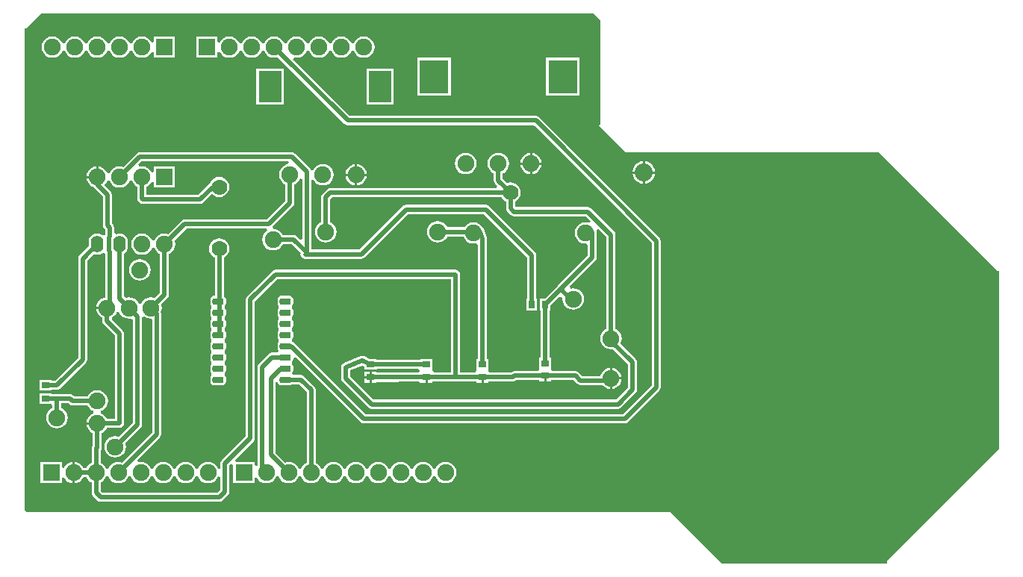
<source format=gbl>
G04 Layer_Physical_Order=2*
G04 Layer_Color=16711680*
%FSLAX25Y25*%
%MOIN*%
G70*
G01*
G75*
%ADD10C,0.02000*%
%ADD11C,0.07512*%
%ADD12R,0.07512X0.07512*%
%ADD13R,0.07512X0.07512*%
%ADD14O,0.05512X0.07512*%
%ADD15R,0.10068X0.14011*%
%ADD16R,0.10012X0.14000*%
%ADD17R,0.13080X0.15000*%
%ADD18R,0.13030X0.15000*%
%ADD19C,0.07000*%
%ADD20C,0.08000*%
%ADD21C,0.07500*%
%ADD22C,0.07000*%
G04:AMPARAMS|DCode=23|XSize=29.92mil|YSize=50mil|CornerRadius=7.48mil|HoleSize=0mil|Usage=FLASHONLY|Rotation=90.000|XOffset=0mil|YOffset=0mil|HoleType=Round|Shape=RoundedRectangle|*
%AMROUNDEDRECTD23*
21,1,0.02992,0.03504,0,0,90.0*
21,1,0.01496,0.05000,0,0,90.0*
1,1,0.01496,0.01752,0.00748*
1,1,0.01496,0.01752,-0.00748*
1,1,0.01496,-0.01752,-0.00748*
1,1,0.01496,-0.01752,0.00748*
%
%ADD23ROUNDEDRECTD23*%
%ADD24R,0.03543X0.02756*%
%ADD25R,0.03543X0.03150*%
%ADD26R,0.02756X0.03543*%
G36*
X478500Y393000D02*
Y392500D01*
Y346500D01*
X478000Y346000D01*
X489500Y334500D01*
Y334000D01*
X603000D01*
X656000Y281000D01*
X656500D01*
Y201500D01*
X656000Y201000D01*
X606500Y151500D01*
Y150500D01*
X533000D01*
X510000Y173500D01*
X222500D01*
X221500Y174500D01*
Y389500D01*
X222500D01*
X229000Y396000D01*
X475500D01*
X478500Y393000D01*
D02*
G37*
%LPC*%
G36*
X253500Y327731D02*
X252759Y327634D01*
X251602Y327154D01*
X250608Y326392D01*
X249846Y325398D01*
X249366Y324241D01*
X249269Y323500D01*
X253500D01*
Y327731D01*
D02*
G37*
G36*
X502977Y324500D02*
X498500D01*
Y320023D01*
X499305Y320129D01*
X500522Y320633D01*
X501566Y321434D01*
X502367Y322478D01*
X502871Y323695D01*
X502977Y324500D01*
D02*
G37*
G36*
X418500Y333797D02*
X417259Y333633D01*
X416102Y333154D01*
X415108Y332392D01*
X414346Y331399D01*
X413867Y330241D01*
X413703Y329000D01*
X413867Y327759D01*
X414346Y326602D01*
X415108Y325608D01*
X416102Y324846D01*
X417259Y324366D01*
X418500Y324203D01*
X419741Y324366D01*
X420898Y324846D01*
X421892Y325608D01*
X422654Y326602D01*
X423134Y327759D01*
X423297Y329000D01*
X423134Y330241D01*
X422654Y331399D01*
X421892Y332392D01*
X420898Y333154D01*
X419741Y333633D01*
X418500Y333797D01*
D02*
G37*
G36*
X452365Y328500D02*
X448134D01*
Y324269D01*
X448875Y324366D01*
X450032Y324846D01*
X451026Y325608D01*
X451788Y326602D01*
X452267Y327759D01*
X452365Y328500D01*
D02*
G37*
G36*
X447134D02*
X442903D01*
X443000Y327759D01*
X443479Y326602D01*
X444242Y325608D01*
X445235Y324846D01*
X446392Y324366D01*
X447134Y324269D01*
Y328500D01*
D02*
G37*
G36*
X308500Y295539D02*
X307325Y295384D01*
X306231Y294931D01*
X305291Y294209D01*
X304569Y293269D01*
X304116Y292175D01*
X303961Y291000D01*
X304116Y289825D01*
X304569Y288731D01*
X305291Y287791D01*
X306231Y287069D01*
X306461Y286974D01*
Y270030D01*
X306248D01*
X305566Y269895D01*
X304988Y269508D01*
X304601Y268930D01*
X304466Y268248D01*
Y266752D01*
X304601Y266070D01*
X304988Y265492D01*
Y264508D01*
X304601Y263930D01*
X304466Y263248D01*
Y261752D01*
X304601Y261070D01*
X304988Y260492D01*
Y259508D01*
X304601Y258930D01*
X304466Y258248D01*
Y256752D01*
X304601Y256070D01*
X304988Y255492D01*
Y254508D01*
X304601Y253930D01*
X304466Y253248D01*
Y251752D01*
X304601Y251070D01*
X304988Y250492D01*
Y249508D01*
X304601Y248930D01*
X304466Y248248D01*
Y246752D01*
X304601Y246070D01*
X304988Y245492D01*
Y244508D01*
X304601Y243930D01*
X304466Y243248D01*
Y241752D01*
X304601Y241070D01*
X304988Y240492D01*
Y239508D01*
X304601Y238930D01*
X304466Y238248D01*
Y236752D01*
X304601Y236070D01*
X304988Y235492D01*
Y234508D01*
X304601Y233930D01*
X304466Y233248D01*
Y231752D01*
X304601Y231070D01*
X304988Y230492D01*
X305566Y230105D01*
X306248Y229970D01*
X309752D01*
X310434Y230105D01*
X311012Y230492D01*
X311399Y231070D01*
X311534Y231752D01*
Y233248D01*
X311399Y233930D01*
X311012Y234508D01*
Y235492D01*
X311399Y236070D01*
X311534Y236752D01*
Y238248D01*
X311399Y238930D01*
X311012Y239508D01*
Y240492D01*
X311399Y241070D01*
X311534Y241752D01*
Y243248D01*
X311399Y243930D01*
X311012Y244508D01*
Y245492D01*
X311399Y246070D01*
X311534Y246752D01*
Y248248D01*
X311399Y248930D01*
X311012Y249508D01*
Y250492D01*
X311399Y251070D01*
X311534Y251752D01*
Y253248D01*
X311399Y253930D01*
X311114Y254357D01*
X311012Y254931D01*
Y255068D01*
X311114Y255643D01*
X311399Y256070D01*
X311534Y256752D01*
Y258248D01*
X311399Y258930D01*
X311114Y259357D01*
X311012Y259931D01*
Y260068D01*
X311114Y260643D01*
X311399Y261070D01*
X311534Y261752D01*
Y263248D01*
X311399Y263930D01*
X311114Y264357D01*
X311012Y264932D01*
Y265069D01*
X311114Y265643D01*
X311399Y266070D01*
X311534Y266752D01*
Y268248D01*
X311399Y268930D01*
X311012Y269508D01*
X310539Y269824D01*
Y286974D01*
X310769Y287069D01*
X311709Y287791D01*
X312431Y288731D01*
X312884Y289825D01*
X313039Y291000D01*
X312884Y292175D01*
X312431Y293269D01*
X311709Y294209D01*
X310769Y294931D01*
X309675Y295384D01*
X308500Y295539D01*
D02*
G37*
G36*
X238256Y195756D02*
X228744D01*
Y186244D01*
X238256D01*
Y188619D01*
X239256Y188818D01*
X239346Y188602D01*
X240108Y187608D01*
X241102Y186846D01*
X242259Y186366D01*
X243000Y186269D01*
Y191000D01*
Y195731D01*
X242259Y195633D01*
X241102Y195154D01*
X240108Y194392D01*
X239346Y193398D01*
X239256Y193182D01*
X238256Y193380D01*
Y195756D01*
D02*
G37*
G36*
X369028Y323500D02*
X364796D01*
X364894Y322759D01*
X365373Y321602D01*
X366136Y320608D01*
X367129Y319846D01*
X368286Y319367D01*
X369028Y319269D01*
Y323500D01*
D02*
G37*
G36*
X497500Y324500D02*
X493023D01*
X493129Y323695D01*
X493633Y322478D01*
X494434Y321434D01*
X495478Y320633D01*
X496695Y320129D01*
X497500Y320023D01*
Y324500D01*
D02*
G37*
G36*
X374259Y323500D02*
X370028D01*
Y319269D01*
X370769Y319367D01*
X371926Y319846D01*
X372920Y320608D01*
X373682Y321602D01*
X374161Y322759D01*
X374259Y323500D01*
D02*
G37*
G36*
X369028Y328731D02*
X368286Y328633D01*
X367129Y328154D01*
X366136Y327392D01*
X365373Y326398D01*
X364894Y325241D01*
X364796Y324500D01*
X369028D01*
Y328731D01*
D02*
G37*
G36*
X411842Y376280D02*
X396812D01*
Y359280D01*
X411842D01*
Y376280D01*
D02*
G37*
G36*
X386360Y371370D02*
X374348D01*
Y355370D01*
X386360D01*
Y371370D01*
D02*
G37*
G36*
X469347Y376280D02*
X454267D01*
Y359280D01*
X469347D01*
Y376280D01*
D02*
G37*
G36*
X274000Y385797D02*
X272759Y385633D01*
X271602Y385154D01*
X270608Y384392D01*
X269846Y383399D01*
X269541Y382663D01*
X268459D01*
X268154Y383399D01*
X267392Y384392D01*
X266399Y385154D01*
X265242Y385633D01*
X264000Y385797D01*
X262758Y385633D01*
X261601Y385154D01*
X260608Y384392D01*
X259846Y383399D01*
X259541Y382663D01*
X258459D01*
X258154Y383399D01*
X257392Y384392D01*
X256399Y385154D01*
X255241Y385633D01*
X254000Y385797D01*
X252759Y385633D01*
X251602Y385154D01*
X250608Y384392D01*
X249846Y383399D01*
X249541Y382663D01*
X248459D01*
X248154Y383399D01*
X247392Y384392D01*
X246398Y385154D01*
X245241Y385633D01*
X244000Y385797D01*
X242758Y385633D01*
X241601Y385154D01*
X240608Y384392D01*
X239846Y383399D01*
X239541Y382663D01*
X238459D01*
X238154Y383399D01*
X237392Y384392D01*
X236399Y385154D01*
X235242Y385633D01*
X234000Y385797D01*
X232758Y385633D01*
X231602Y385154D01*
X230608Y384392D01*
X229846Y383399D01*
X229366Y382242D01*
X229203Y381000D01*
X229366Y379759D01*
X229846Y378602D01*
X230608Y377608D01*
X231602Y376846D01*
X232758Y376366D01*
X234000Y376203D01*
X235242Y376366D01*
X236399Y376846D01*
X237392Y377608D01*
X238154Y378602D01*
X238459Y379337D01*
X239541D01*
X239846Y378602D01*
X240608Y377608D01*
X241601Y376846D01*
X242758Y376366D01*
X244000Y376203D01*
X245241Y376366D01*
X246398Y376846D01*
X247392Y377608D01*
X248154Y378602D01*
X248459Y379337D01*
X249541D01*
X249846Y378602D01*
X250608Y377608D01*
X251602Y376846D01*
X252759Y376366D01*
X254000Y376203D01*
X255241Y376366D01*
X256399Y376846D01*
X257392Y377608D01*
X258154Y378602D01*
X258459Y379337D01*
X259541D01*
X259846Y378602D01*
X260608Y377608D01*
X261601Y376846D01*
X262758Y376366D01*
X264000Y376203D01*
X265242Y376366D01*
X266399Y376846D01*
X267392Y377608D01*
X268154Y378602D01*
X268459Y379337D01*
X269541D01*
X269846Y378602D01*
X270608Y377608D01*
X271602Y376846D01*
X272759Y376366D01*
X274000Y376203D01*
X275241Y376366D01*
X276398Y376846D01*
X277392Y377608D01*
X278154Y378602D01*
X278244Y378818D01*
X279244Y378620D01*
Y376244D01*
X288756D01*
Y385756D01*
X279244D01*
Y383381D01*
X278244Y383182D01*
X278154Y383399D01*
X277392Y384392D01*
X276398Y385154D01*
X275241Y385633D01*
X274000Y385797D01*
D02*
G37*
G36*
X373000D02*
X371759Y385633D01*
X370602Y385154D01*
X369608Y384392D01*
X368846Y383399D01*
X368541Y382663D01*
X367459D01*
X367154Y383399D01*
X366392Y384392D01*
X365399Y385154D01*
X364242Y385633D01*
X363000Y385797D01*
X361758Y385633D01*
X360601Y385154D01*
X359608Y384392D01*
X358846Y383399D01*
X358541Y382663D01*
X357459D01*
X357154Y383399D01*
X356392Y384392D01*
X355399Y385154D01*
X354241Y385633D01*
X353000Y385797D01*
X351759Y385633D01*
X350602Y385154D01*
X349608Y384392D01*
X348846Y383399D01*
X348541Y382663D01*
X347459D01*
X347154Y383399D01*
X346392Y384392D01*
X345398Y385154D01*
X344241Y385633D01*
X343000Y385797D01*
X341758Y385633D01*
X340601Y385154D01*
X339608Y384392D01*
X338846Y383399D01*
X338541Y382663D01*
X337459D01*
X337154Y383399D01*
X336392Y384392D01*
X335399Y385154D01*
X334242Y385633D01*
X333000Y385797D01*
X331758Y385633D01*
X330602Y385154D01*
X329608Y384392D01*
X328846Y383399D01*
X328541Y382663D01*
X327459D01*
X327154Y383399D01*
X326392Y384392D01*
X325398Y385154D01*
X324241Y385633D01*
X323000Y385797D01*
X321759Y385633D01*
X320602Y385154D01*
X319608Y384392D01*
X318846Y383399D01*
X318541Y382663D01*
X317459D01*
X317154Y383399D01*
X316392Y384392D01*
X315399Y385154D01*
X314242Y385633D01*
X313000Y385797D01*
X311758Y385633D01*
X310601Y385154D01*
X309608Y384392D01*
X308846Y383399D01*
X308756Y383182D01*
X307756Y383381D01*
Y385756D01*
X298244D01*
Y376244D01*
X307756D01*
Y378620D01*
X308756Y378818D01*
X308846Y378602D01*
X309608Y377608D01*
X310601Y376846D01*
X311758Y376366D01*
X313000Y376203D01*
X314242Y376366D01*
X315399Y376846D01*
X316392Y377608D01*
X317154Y378602D01*
X317459Y379337D01*
X318541D01*
X318846Y378602D01*
X319608Y377608D01*
X320602Y376846D01*
X321759Y376366D01*
X323000Y376203D01*
X324241Y376366D01*
X325398Y376846D01*
X326392Y377608D01*
X327154Y378602D01*
X327459Y379337D01*
X328541D01*
X328846Y378602D01*
X329608Y377608D01*
X330602Y376846D01*
X331758Y376366D01*
X333000Y376203D01*
X334242Y376366D01*
X334601Y376515D01*
X364358Y346758D01*
X364358Y346758D01*
X365020Y346316D01*
X365800Y346161D01*
X448955D01*
X501461Y293655D01*
Y229845D01*
X488655Y217039D01*
X373845D01*
X341942Y248942D01*
X341280Y249384D01*
X341183Y249403D01*
X341012Y249739D01*
Y250492D01*
X341399Y251070D01*
X341534Y251752D01*
Y253248D01*
X341399Y253930D01*
X341012Y254508D01*
Y255492D01*
X341399Y256070D01*
X341534Y256752D01*
Y258248D01*
X341399Y258930D01*
X341012Y259508D01*
Y260492D01*
X341399Y261070D01*
X341534Y261752D01*
Y263248D01*
X341399Y263930D01*
X341012Y264508D01*
Y265492D01*
X341399Y266070D01*
X341534Y266752D01*
Y268248D01*
X341399Y268930D01*
X341012Y269508D01*
X340434Y269895D01*
X339752Y270030D01*
X336248D01*
X335566Y269895D01*
X334988Y269508D01*
X334601Y268930D01*
X334466Y268248D01*
Y266752D01*
X334601Y266070D01*
X334988Y265492D01*
Y264508D01*
X334601Y263930D01*
X334466Y263248D01*
Y261752D01*
X334601Y261070D01*
X334988Y260492D01*
Y259508D01*
X334601Y258930D01*
X334466Y258248D01*
Y256752D01*
X334601Y256070D01*
X334988Y255492D01*
Y254508D01*
X334601Y253930D01*
X334466Y253248D01*
Y251752D01*
X334601Y251070D01*
X334988Y250492D01*
Y249508D01*
X334601Y248930D01*
X334466Y248248D01*
Y246752D01*
X334601Y246070D01*
X334887Y245643D01*
X334928Y245409D01*
X334566Y244539D01*
X332000D01*
X331220Y244384D01*
X330558Y243942D01*
X326058Y239442D01*
X325616Y238780D01*
X325461Y238000D01*
Y194156D01*
X325256Y193967D01*
X324256Y194405D01*
Y195756D01*
X316054D01*
X315640Y196756D01*
X323842Y204958D01*
X323842Y204958D01*
X324284Y205620D01*
X324439Y206400D01*
Y267355D01*
X334545Y277461D01*
X411961D01*
Y235767D01*
X404365Y235729D01*
X403821Y236269D01*
X403772Y236726D01*
X403772Y237319D01*
Y241831D01*
X398228D01*
Y241295D01*
X388809D01*
X378772Y241450D01*
Y241831D01*
X375645D01*
X373209Y242890D01*
X372432Y243059D01*
X371649Y242917D01*
X364253Y240003D01*
X364237Y239994D01*
X364220Y239990D01*
X363903Y239779D01*
X363583Y239573D01*
X363573Y239558D01*
X363558Y239548D01*
X363347Y239232D01*
X363130Y238919D01*
X363126Y238901D01*
X363116Y238886D01*
X363042Y238513D01*
X362961Y238142D01*
X362964Y238124D01*
X362961Y238106D01*
Y233000D01*
X363116Y232220D01*
X363558Y231558D01*
X375058Y220058D01*
X375720Y219616D01*
X376500Y219461D01*
X376500Y219461D01*
X486500D01*
X487280Y219616D01*
X487942Y220058D01*
X494442Y226558D01*
X494884Y227220D01*
X495039Y228000D01*
Y240197D01*
X494884Y240977D01*
X494442Y241639D01*
X487546Y248535D01*
X487988Y249601D01*
X488151Y250843D01*
X487988Y252084D01*
X487509Y253241D01*
X486746Y254235D01*
X485753Y254997D01*
X485394Y255146D01*
Y297146D01*
X485238Y297926D01*
X484796Y298587D01*
X474442Y308942D01*
X473780Y309384D01*
X473000Y309539D01*
X440845D01*
X440539Y309845D01*
Y311974D01*
X440769Y312069D01*
X441709Y312791D01*
X442431Y313731D01*
X442884Y314825D01*
X443039Y316000D01*
X442884Y317175D01*
X442431Y318269D01*
X441709Y319209D01*
X440769Y319931D01*
X439675Y320384D01*
X438500Y320539D01*
X437325Y320384D01*
X437095Y320289D01*
X435106Y322278D01*
Y324697D01*
X435465Y324846D01*
X436459Y325608D01*
X437221Y326602D01*
X437701Y327759D01*
X437864Y329000D01*
X437701Y330241D01*
X437221Y331399D01*
X436459Y332392D01*
X435465Y333154D01*
X434308Y333633D01*
X433067Y333797D01*
X431825Y333633D01*
X430668Y333154D01*
X429675Y332392D01*
X428913Y331399D01*
X428434Y330241D01*
X428270Y329000D01*
X428434Y327759D01*
X428913Y326602D01*
X429675Y325608D01*
X430668Y324846D01*
X431028Y324697D01*
Y321433D01*
X431183Y320653D01*
X431625Y319991D01*
X432653Y318963D01*
X432270Y318039D01*
X358000D01*
X357220Y317884D01*
X356558Y317442D01*
X354558Y315442D01*
X354116Y314780D01*
X353961Y314000D01*
Y302803D01*
X353602Y302654D01*
X352608Y301892D01*
X351846Y300899D01*
X351366Y299742D01*
X351203Y298500D01*
X351366Y297258D01*
X351846Y296101D01*
X352608Y295108D01*
X353602Y294346D01*
X354759Y293866D01*
X356000Y293703D01*
X357242Y293866D01*
X358399Y294346D01*
X359392Y295108D01*
X360154Y296101D01*
X360633Y297258D01*
X360797Y298500D01*
X360633Y299742D01*
X360154Y300899D01*
X359392Y301892D01*
X358399Y302654D01*
X358039Y302803D01*
Y313155D01*
X358845Y313961D01*
X434474D01*
X434569Y313731D01*
X435291Y312791D01*
X436231Y312069D01*
X436461Y311974D01*
Y309000D01*
X436616Y308220D01*
X437058Y307558D01*
X438558Y306058D01*
X439220Y305616D01*
X440000Y305461D01*
X472155D01*
X474366Y303250D01*
X473800Y302402D01*
X473242Y302634D01*
X472000Y302797D01*
X470758Y302634D01*
X469601Y302154D01*
X468608Y301392D01*
X467846Y300398D01*
X467367Y299241D01*
X467203Y298000D01*
X467367Y296759D01*
X467846Y295602D01*
X468608Y294608D01*
X469601Y293846D01*
X470758Y293367D01*
X472000Y293203D01*
X472209Y293231D01*
X472961Y292571D01*
Y287892D01*
X459511Y274442D01*
X459511Y274442D01*
X453841Y268772D01*
X451575D01*
Y263228D01*
X451914D01*
Y252847D01*
X451961Y252610D01*
Y242331D01*
X451228D01*
Y237819D01*
X451228Y237181D01*
X450982Y236283D01*
X440200D01*
X440200Y236283D01*
X439420Y236128D01*
X438904Y235783D01*
X429018D01*
X428772Y236681D01*
X428772Y237319D01*
Y241831D01*
X428039D01*
Y295500D01*
X427975Y295821D01*
X427935Y296145D01*
X426934Y299145D01*
X426898Y299208D01*
X426884Y299280D01*
X426702Y299552D01*
X426541Y299836D01*
X426483Y299881D01*
X426442Y299942D01*
X426306Y300033D01*
X426154Y300398D01*
X425392Y301392D01*
X424399Y302154D01*
X423242Y302634D01*
X422000Y302797D01*
X420758Y302634D01*
X419601Y302154D01*
X418608Y301392D01*
X417954Y300539D01*
X410303D01*
X410154Y300899D01*
X409392Y301892D01*
X408398Y302654D01*
X407241Y303134D01*
X406000Y303297D01*
X404759Y303134D01*
X403602Y302654D01*
X402608Y301892D01*
X401846Y300899D01*
X401367Y299742D01*
X401203Y298500D01*
X401367Y297258D01*
X401846Y296101D01*
X402608Y295108D01*
X403602Y294346D01*
X404759Y293866D01*
X406000Y293703D01*
X407241Y293866D01*
X408398Y294346D01*
X409392Y295108D01*
X410154Y296101D01*
X410303Y296461D01*
X417490D01*
X417846Y295602D01*
X418608Y294608D01*
X419601Y293846D01*
X420758Y293367D01*
X422000Y293203D01*
X422961Y293330D01*
X423961Y292715D01*
Y241831D01*
X423228D01*
Y237319D01*
X423228Y236681D01*
X422982Y235783D01*
X416039D01*
Y279500D01*
X415884Y280280D01*
X415442Y280942D01*
X414780Y281384D01*
X414000Y281539D01*
X333700D01*
X332920Y281384D01*
X332258Y280942D01*
X320958Y269642D01*
X320516Y268980D01*
X320361Y268200D01*
Y207245D01*
X309558Y196442D01*
X309116Y195780D01*
X308961Y195000D01*
Y192857D01*
X307961Y192658D01*
X307654Y193398D01*
X306892Y194392D01*
X305898Y195154D01*
X304742Y195633D01*
X303500Y195797D01*
X302258Y195633D01*
X301101Y195154D01*
X300108Y194392D01*
X299346Y193398D01*
X299041Y192663D01*
X297959D01*
X297654Y193398D01*
X296892Y194392D01*
X295899Y195154D01*
X294742Y195633D01*
X293500Y195797D01*
X292259Y195633D01*
X291102Y195154D01*
X290108Y194392D01*
X289346Y193398D01*
X289041Y192663D01*
X287959D01*
X287654Y193398D01*
X286892Y194392D01*
X285898Y195154D01*
X284741Y195633D01*
X283500Y195797D01*
X282259Y195633D01*
X281101Y195154D01*
X280108Y194392D01*
X279346Y193398D01*
X279041Y192663D01*
X277959D01*
X277654Y193398D01*
X276892Y194392D01*
X275899Y195154D01*
X274742Y195633D01*
X273500Y195797D01*
X272458Y195660D01*
X272079Y196157D01*
X271941Y196557D01*
X281942Y206558D01*
X282384Y207220D01*
X282539Y208000D01*
Y262000D01*
X282401Y262696D01*
X282633Y263259D01*
X282797Y264500D01*
X282633Y265741D01*
X282485Y266101D01*
X285442Y269058D01*
X285884Y269720D01*
X286039Y270500D01*
Y288697D01*
X286399Y288846D01*
X287392Y289608D01*
X288154Y290601D01*
X288633Y291758D01*
X288797Y293000D01*
X288633Y294241D01*
X288485Y294601D01*
X293845Y299961D01*
X329564D01*
X329859Y298961D01*
X329112Y298388D01*
X328351Y297395D01*
X327872Y296240D01*
X327709Y295000D01*
X327872Y293760D01*
X328351Y292604D01*
X329112Y291612D01*
X330104Y290851D01*
X331260Y290372D01*
X332500Y290209D01*
X333740Y290372D01*
X334895Y290851D01*
X335888Y291612D01*
X336649Y292604D01*
X336797Y292961D01*
X340855D01*
X344853Y288963D01*
X344761Y288500D01*
X344916Y287720D01*
X345358Y287058D01*
X346020Y286616D01*
X346800Y286461D01*
X371800D01*
X372580Y286616D01*
X373242Y287058D01*
X392645Y306461D01*
X426655D01*
X446008Y287108D01*
Y268772D01*
X445669D01*
Y263228D01*
X450425D01*
Y268772D01*
X450086D01*
Y287953D01*
X449931Y288733D01*
X449489Y289395D01*
X428942Y309942D01*
X428280Y310384D01*
X427500Y310539D01*
X391800D01*
X391020Y310384D01*
X390358Y309942D01*
X370955Y290539D01*
X349539D01*
Y321572D01*
X350539Y321771D01*
X350609Y321602D01*
X351372Y320608D01*
X352365Y319846D01*
X353522Y319367D01*
X354764Y319203D01*
X356005Y319367D01*
X357162Y319846D01*
X358156Y320608D01*
X358918Y321602D01*
X359397Y322759D01*
X359561Y324000D01*
X359397Y325241D01*
X358918Y326398D01*
X358156Y327392D01*
X357162Y328154D01*
X356005Y328633D01*
X354764Y328797D01*
X353522Y328633D01*
X352365Y328154D01*
X351372Y327392D01*
X350609Y326398D01*
X350454Y326024D01*
X349414Y326127D01*
X349384Y326280D01*
X348942Y326942D01*
X342442Y333442D01*
X341780Y333884D01*
X341000Y334039D01*
X273000D01*
X272220Y333884D01*
X271558Y333442D01*
X265601Y327485D01*
X265242Y327634D01*
X264000Y327797D01*
X262758Y327634D01*
X261601Y327154D01*
X260608Y326392D01*
X259846Y325398D01*
X259541Y324663D01*
X258459D01*
X258154Y325398D01*
X257392Y326392D01*
X256399Y327154D01*
X255241Y327634D01*
X254500Y327731D01*
Y323000D01*
X254000D01*
Y322500D01*
X249269D01*
X249366Y321759D01*
X249846Y320602D01*
X250608Y319608D01*
X251602Y318846D01*
X252289Y318561D01*
X252558Y318158D01*
X256461Y314255D01*
Y301500D01*
X256616Y300720D01*
X257058Y300058D01*
X257461Y299655D01*
Y297294D01*
X257172Y297067D01*
X256632Y296870D01*
X256373Y296913D01*
X255894Y297281D01*
X254980Y297659D01*
X254000Y297788D01*
X253019Y297659D01*
X252106Y297281D01*
X251321Y296679D01*
X250719Y295894D01*
X250341Y294981D01*
X250212Y294000D01*
Y292095D01*
X246058Y287942D01*
X245616Y287280D01*
X245461Y286500D01*
Y242298D01*
X235155Y231992D01*
X233772D01*
Y232331D01*
X228228D01*
Y227575D01*
X233772D01*
Y227914D01*
X236000D01*
X236780Y228069D01*
X237442Y228511D01*
X248942Y240011D01*
X249384Y240672D01*
X249539Y241453D01*
X249539Y241453D01*
Y285655D01*
X252457Y288574D01*
X253019Y288341D01*
X254000Y288212D01*
X254980Y288341D01*
X255894Y288719D01*
X256373Y289087D01*
X256632Y289129D01*
X257172Y288933D01*
X257461Y288706D01*
Y269184D01*
X257073Y269133D01*
X255917Y268654D01*
X254923Y267892D01*
X254161Y266898D01*
X253681Y265741D01*
X253584Y265000D01*
X258315D01*
Y264000D01*
X253584D01*
X253681Y263259D01*
X254161Y262102D01*
X254923Y261108D01*
X255917Y260346D01*
X256276Y260197D01*
Y258685D01*
X256431Y257905D01*
X256873Y257243D01*
X261961Y252155D01*
Y215039D01*
X258303D01*
X258154Y215399D01*
X257392Y216392D01*
X256399Y217154D01*
X255663Y217459D01*
Y218541D01*
X256399Y218846D01*
X257392Y219608D01*
X258154Y220602D01*
X258633Y221759D01*
X258797Y223000D01*
X258633Y224241D01*
X258154Y225398D01*
X257392Y226392D01*
X256399Y227154D01*
X255241Y227634D01*
X254000Y227797D01*
X252759Y227634D01*
X251602Y227154D01*
X250608Y226392D01*
X249846Y225398D01*
X249697Y225039D01*
X243792D01*
X243342Y225489D01*
X242680Y225931D01*
X241900Y226086D01*
X236500D01*
X236500Y226086D01*
X236500Y226086D01*
X233772D01*
Y226425D01*
X228228D01*
Y221669D01*
X233772D01*
X233961Y220748D01*
Y219797D01*
X233605Y219649D01*
X232612Y218888D01*
X231851Y217896D01*
X231372Y216740D01*
X231209Y215500D01*
X231372Y214260D01*
X231851Y213105D01*
X232612Y212112D01*
X233605Y211351D01*
X234760Y210872D01*
X236000Y210709D01*
X237240Y210872D01*
X238396Y211351D01*
X239388Y212112D01*
X240149Y213105D01*
X240628Y214260D01*
X240791Y215500D01*
X240628Y216740D01*
X240149Y217896D01*
X239388Y218888D01*
X238396Y219649D01*
X238039Y219797D01*
Y222008D01*
X241055D01*
X241505Y221558D01*
X241505Y221558D01*
X242167Y221116D01*
X242947Y220961D01*
X249697D01*
X249846Y220602D01*
X250608Y219608D01*
X251602Y218846D01*
X252337Y218541D01*
Y217459D01*
X251602Y217154D01*
X250608Y216392D01*
X249846Y215399D01*
X249366Y214242D01*
X249269Y213500D01*
X254000D01*
Y212500D01*
X249269D01*
X249366Y211758D01*
X249846Y210601D01*
X250608Y209608D01*
X251602Y208846D01*
X251961Y208697D01*
Y202996D01*
X251616Y202480D01*
X251461Y201700D01*
Y195303D01*
X251101Y195154D01*
X250108Y194392D01*
X249346Y193398D01*
X249197Y193039D01*
X247803D01*
X247654Y193398D01*
X246892Y194392D01*
X245899Y195154D01*
X244742Y195633D01*
X244000Y195731D01*
Y191000D01*
Y186269D01*
X244742Y186366D01*
X245899Y186846D01*
X246892Y187608D01*
X247654Y188602D01*
X247803Y188961D01*
X249197D01*
X249346Y188602D01*
X250108Y187608D01*
X251101Y186846D01*
X251461Y186697D01*
Y182000D01*
X251616Y181220D01*
X252058Y180558D01*
X254058Y178558D01*
X254720Y178116D01*
X255500Y177961D01*
X308500D01*
X309280Y178116D01*
X309942Y178558D01*
X312442Y181058D01*
X312884Y181720D01*
X313039Y182500D01*
Y194155D01*
X313744Y194860D01*
X314744Y194446D01*
Y186244D01*
X324256D01*
Y188619D01*
X325256Y188818D01*
X325346Y188602D01*
X326108Y187608D01*
X327101Y186846D01*
X328258Y186366D01*
X329500Y186203D01*
X330742Y186366D01*
X331898Y186846D01*
X332892Y187608D01*
X333654Y188602D01*
X333959Y189337D01*
X335041D01*
X335346Y188602D01*
X336108Y187608D01*
X337102Y186846D01*
X338259Y186366D01*
X339500Y186203D01*
X340741Y186366D01*
X341898Y186846D01*
X342892Y187608D01*
X343654Y188602D01*
X343959Y189337D01*
X345041D01*
X345346Y188602D01*
X346108Y187608D01*
X347101Y186846D01*
X348258Y186366D01*
X349500Y186203D01*
X350742Y186366D01*
X351899Y186846D01*
X352892Y187608D01*
X353654Y188602D01*
X353959Y189337D01*
X355041D01*
X355346Y188602D01*
X356108Y187608D01*
X357101Y186846D01*
X358259Y186366D01*
X359500Y186203D01*
X360741Y186366D01*
X361898Y186846D01*
X362892Y187608D01*
X363654Y188602D01*
X363959Y189337D01*
X365041D01*
X365346Y188602D01*
X366108Y187608D01*
X367102Y186846D01*
X368259Y186366D01*
X369500Y186203D01*
X370742Y186366D01*
X371899Y186846D01*
X372892Y187608D01*
X373654Y188602D01*
X373959Y189337D01*
X375041D01*
X375346Y188602D01*
X376108Y187608D01*
X377101Y186846D01*
X378258Y186366D01*
X379500Y186203D01*
X380742Y186366D01*
X381898Y186846D01*
X382892Y187608D01*
X383654Y188602D01*
X383959Y189337D01*
X385041D01*
X385346Y188602D01*
X386108Y187608D01*
X387102Y186846D01*
X388259Y186366D01*
X389500Y186203D01*
X390741Y186366D01*
X391898Y186846D01*
X392892Y187608D01*
X393654Y188602D01*
X393959Y189337D01*
X395041D01*
X395346Y188602D01*
X396108Y187608D01*
X397101Y186846D01*
X398258Y186366D01*
X399500Y186203D01*
X400741Y186366D01*
X401898Y186846D01*
X402892Y187608D01*
X403654Y188602D01*
X403959Y189337D01*
X405041D01*
X405346Y188602D01*
X406108Y187608D01*
X407101Y186846D01*
X408258Y186366D01*
X409500Y186203D01*
X410742Y186366D01*
X411899Y186846D01*
X412892Y187608D01*
X413654Y188602D01*
X414134Y189759D01*
X414297Y191000D01*
X414134Y192242D01*
X413654Y193398D01*
X412892Y194392D01*
X411899Y195154D01*
X410742Y195633D01*
X409500Y195797D01*
X408258Y195633D01*
X407101Y195154D01*
X406108Y194392D01*
X405346Y193398D01*
X405041Y192663D01*
X403959D01*
X403654Y193398D01*
X402892Y194392D01*
X401898Y195154D01*
X400741Y195633D01*
X399500Y195797D01*
X398258Y195633D01*
X397101Y195154D01*
X396108Y194392D01*
X395346Y193398D01*
X395041Y192663D01*
X393959D01*
X393654Y193398D01*
X392892Y194392D01*
X391898Y195154D01*
X390741Y195633D01*
X389500Y195797D01*
X388259Y195633D01*
X387102Y195154D01*
X386108Y194392D01*
X385346Y193398D01*
X385041Y192663D01*
X383959D01*
X383654Y193398D01*
X382892Y194392D01*
X381898Y195154D01*
X380742Y195633D01*
X379500Y195797D01*
X378258Y195633D01*
X377101Y195154D01*
X376108Y194392D01*
X375346Y193398D01*
X375041Y192663D01*
X373959D01*
X373654Y193398D01*
X372892Y194392D01*
X371899Y195154D01*
X370742Y195633D01*
X369500Y195797D01*
X368259Y195633D01*
X367102Y195154D01*
X366108Y194392D01*
X365346Y193398D01*
X365041Y192663D01*
X363959D01*
X363654Y193398D01*
X362892Y194392D01*
X361898Y195154D01*
X360741Y195633D01*
X359500Y195797D01*
X358259Y195633D01*
X357101Y195154D01*
X356108Y194392D01*
X355346Y193398D01*
X355041Y192663D01*
X353959D01*
X353654Y193398D01*
X352892Y194392D01*
X351899Y195154D01*
X351539Y195303D01*
Y228000D01*
X351384Y228780D01*
X350942Y229442D01*
X346442Y233942D01*
X345780Y234384D01*
X345000Y234539D01*
X341387D01*
X341099Y235270D01*
X341044Y235539D01*
X341399Y236070D01*
X341534Y236752D01*
Y238248D01*
X341399Y238930D01*
X341012Y239508D01*
Y240492D01*
X341399Y241070D01*
X341534Y241752D01*
Y242168D01*
X342534Y242582D01*
X371558Y213558D01*
X372220Y213116D01*
X373000Y212961D01*
X489500D01*
X490280Y213116D01*
X490942Y213558D01*
X504942Y227558D01*
X505384Y228220D01*
X505539Y229000D01*
Y294500D01*
X505384Y295280D01*
X504942Y295942D01*
X451242Y349642D01*
X450580Y350084D01*
X449800Y350239D01*
X366645D01*
X341441Y375443D01*
X341579Y375843D01*
X341958Y376340D01*
X343000Y376203D01*
X344241Y376366D01*
X345398Y376846D01*
X346392Y377608D01*
X347154Y378602D01*
X347459Y379337D01*
X348541D01*
X348846Y378602D01*
X349608Y377608D01*
X350602Y376846D01*
X351759Y376366D01*
X353000Y376203D01*
X354241Y376366D01*
X355399Y376846D01*
X356392Y377608D01*
X357154Y378602D01*
X357459Y379337D01*
X358541D01*
X358846Y378602D01*
X359608Y377608D01*
X360601Y376846D01*
X361758Y376366D01*
X363000Y376203D01*
X364242Y376366D01*
X365399Y376846D01*
X366392Y377608D01*
X367154Y378602D01*
X367459Y379337D01*
X368541D01*
X368846Y378602D01*
X369608Y377608D01*
X370602Y376846D01*
X371759Y376366D01*
X373000Y376203D01*
X374241Y376366D01*
X375398Y376846D01*
X376392Y377608D01*
X377154Y378602D01*
X377634Y379759D01*
X377797Y381000D01*
X377634Y382242D01*
X377154Y383399D01*
X376392Y384392D01*
X375398Y385154D01*
X374241Y385633D01*
X373000Y385797D01*
D02*
G37*
G36*
X337176Y371375D02*
X325108D01*
Y355364D01*
X337176D01*
Y371375D01*
D02*
G37*
G36*
X498500Y329977D02*
Y325500D01*
X502977D01*
X502871Y326305D01*
X502367Y327522D01*
X501566Y328566D01*
X500522Y329367D01*
X499305Y329871D01*
X498500Y329977D01*
D02*
G37*
G36*
X497500D02*
X496695Y329871D01*
X495478Y329367D01*
X494434Y328566D01*
X493633Y327522D01*
X493129Y326305D01*
X493023Y325500D01*
X497500D01*
Y329977D01*
D02*
G37*
G36*
X370028Y328731D02*
Y324500D01*
X374259D01*
X374161Y325241D01*
X373682Y326398D01*
X372920Y327392D01*
X371926Y328154D01*
X370769Y328633D01*
X370028Y328731D01*
D02*
G37*
G36*
X448134Y333731D02*
Y329500D01*
X452365D01*
X452267Y330241D01*
X451788Y331399D01*
X451026Y332392D01*
X450032Y333154D01*
X448875Y333633D01*
X448134Y333731D01*
D02*
G37*
G36*
X447134D02*
X446392Y333633D01*
X445235Y333154D01*
X444242Y332392D01*
X443479Y331399D01*
X443000Y330241D01*
X442903Y329500D01*
X447134D01*
Y333731D01*
D02*
G37*
%LPD*%
G36*
X264003Y262102D02*
X264766Y261108D01*
X265759Y260346D01*
X266916Y259866D01*
X268157Y259703D01*
X268961Y259809D01*
X269831Y259213D01*
X269961Y259017D01*
Y213345D01*
X263596Y206980D01*
X263240Y207128D01*
X262000Y207291D01*
X260760Y207128D01*
X259605Y206649D01*
X258612Y205888D01*
X257851Y204895D01*
X257372Y203740D01*
X257209Y202500D01*
X257372Y201260D01*
X257851Y200104D01*
X258612Y199112D01*
X259605Y198351D01*
X260760Y197872D01*
X262000Y197709D01*
X263240Y197872D01*
X264395Y198351D01*
X265388Y199112D01*
X266149Y200104D01*
X266628Y201260D01*
X266791Y202500D01*
X266628Y203740D01*
X266480Y204096D01*
X273442Y211058D01*
X273442Y211058D01*
X273884Y211720D01*
X274039Y212500D01*
X274039Y212500D01*
Y260284D01*
X274878Y260781D01*
X275009Y260800D01*
X275602Y260346D01*
X276759Y259866D01*
X278000Y259703D01*
X278461Y259299D01*
Y208845D01*
X265101Y195485D01*
X264741Y195633D01*
X263500Y195797D01*
X262259Y195633D01*
X261102Y195154D01*
X260108Y194392D01*
X259346Y193398D01*
X259041Y192663D01*
X257959D01*
X257654Y193398D01*
X256892Y194392D01*
X255898Y195154D01*
X255539Y195303D01*
Y200904D01*
X255884Y201420D01*
X256039Y202200D01*
X256039Y202200D01*
Y208697D01*
X256399Y208846D01*
X257392Y209608D01*
X258154Y210601D01*
X258303Y210961D01*
X264000D01*
X264780Y211116D01*
X265442Y211558D01*
X265884Y212220D01*
X266039Y213000D01*
Y253000D01*
X265884Y253780D01*
X265442Y254442D01*
X260611Y259273D01*
X260703Y260237D01*
X260743Y260368D01*
X261707Y261108D01*
X262469Y262102D01*
X262695Y262647D01*
X263777D01*
X264003Y262102D01*
D02*
G37*
G36*
X334601Y231070D02*
X334988Y230492D01*
X335566Y230105D01*
X336248Y229970D01*
X339752D01*
X340434Y230105D01*
X340966Y230461D01*
X344155D01*
X347461Y227155D01*
Y195303D01*
X347101Y195154D01*
X346108Y194392D01*
X345346Y193398D01*
X345041Y192663D01*
X343959D01*
X343654Y193398D01*
X342892Y194392D01*
X341898Y195154D01*
X340741Y195633D01*
X339500Y195797D01*
X338259Y195633D01*
X337899Y195485D01*
X333539Y199845D01*
Y231284D01*
X334539Y231383D01*
X334601Y231070D01*
D02*
G37*
G36*
X345461Y322143D02*
Y295430D01*
X344537Y295047D01*
X343142Y296442D01*
X342480Y296884D01*
X341700Y297039D01*
X336797D01*
X336649Y297395D01*
X335888Y298388D01*
X334895Y299149D01*
X333740Y299628D01*
X332537Y299786D01*
X332468Y299876D01*
X332136Y300752D01*
X341442Y310058D01*
X341884Y310720D01*
X342039Y311500D01*
Y319697D01*
X342399Y319846D01*
X343392Y320608D01*
X344154Y321602D01*
X344461Y322342D01*
X345461Y322143D01*
D02*
G37*
G36*
X339535Y329744D02*
X339097Y328678D01*
X338758Y328633D01*
X337601Y328154D01*
X336608Y327392D01*
X335846Y326398D01*
X335367Y325241D01*
X335203Y324000D01*
X335367Y322759D01*
X335846Y321602D01*
X336608Y320608D01*
X337601Y319846D01*
X337961Y319697D01*
Y312345D01*
X329655Y304039D01*
X293000D01*
X292220Y303884D01*
X291558Y303442D01*
X285601Y297485D01*
X285242Y297634D01*
X284000Y297797D01*
X282758Y297634D01*
X281602Y297154D01*
X280608Y296392D01*
X279846Y295398D01*
X279541Y294663D01*
X278459D01*
X278154Y295398D01*
X277392Y296392D01*
X276398Y297154D01*
X275241Y297634D01*
X274000Y297797D01*
X272759Y297634D01*
X271602Y297154D01*
X270608Y296392D01*
X269846Y295398D01*
X269367Y294241D01*
X269203Y293000D01*
X269367Y291758D01*
X269846Y290601D01*
X270608Y289608D01*
X271602Y288846D01*
X272759Y288367D01*
X274000Y288203D01*
X275241Y288367D01*
X276398Y288846D01*
X277392Y289608D01*
X278154Y290601D01*
X278459Y291337D01*
X279541D01*
X279846Y290601D01*
X280608Y289608D01*
X281602Y288846D01*
X281961Y288697D01*
Y271345D01*
X279601Y268985D01*
X279241Y269133D01*
X278000Y269297D01*
X276759Y269133D01*
X275602Y268654D01*
X274608Y267892D01*
X273846Y266898D01*
X273620Y266353D01*
X272537D01*
X272312Y266898D01*
X271549Y267892D01*
X270556Y268654D01*
X269399Y269133D01*
X268157Y269297D01*
X266916Y269133D01*
X266880Y269119D01*
X266039Y269774D01*
Y288830D01*
X266679Y289321D01*
X267281Y290106D01*
X267659Y291020D01*
X267788Y292000D01*
Y294000D01*
X267659Y294981D01*
X267281Y295894D01*
X266679Y296679D01*
X265894Y297281D01*
X264981Y297659D01*
X264000Y297788D01*
X263019Y297659D01*
X262539Y297460D01*
X261539Y298021D01*
Y300500D01*
X261384Y301280D01*
X260942Y301942D01*
X260539Y302345D01*
Y315100D01*
X260384Y315880D01*
X259942Y316542D01*
X257360Y319124D01*
X257392Y319608D01*
X258154Y320602D01*
X258459Y321337D01*
X259541D01*
X259846Y320602D01*
X260608Y319608D01*
X261601Y318846D01*
X262758Y318367D01*
X264000Y318203D01*
X265242Y318367D01*
X266399Y318846D01*
X267392Y319608D01*
X268154Y320602D01*
X268459Y321337D01*
X269541D01*
X269846Y320602D01*
X270608Y319608D01*
X271602Y318846D01*
X271961Y318697D01*
Y313500D01*
X272116Y312720D01*
X272558Y312058D01*
X273058Y311558D01*
X273720Y311116D01*
X274500Y310961D01*
X274500Y310961D01*
X300000D01*
X300780Y311116D01*
X301442Y311558D01*
X305182Y315298D01*
X305291Y315291D01*
X306231Y314569D01*
X307325Y314116D01*
X308500Y313961D01*
X309675Y314116D01*
X310769Y314569D01*
X311709Y315291D01*
X312431Y316231D01*
X312884Y317325D01*
X313039Y318500D01*
X312884Y319675D01*
X312431Y320769D01*
X311709Y321709D01*
X310769Y322431D01*
X309675Y322884D01*
X308500Y323039D01*
X307325Y322884D01*
X306231Y322431D01*
X305291Y321709D01*
X304569Y320769D01*
X304291Y320097D01*
X304058Y319942D01*
X304058Y319942D01*
X299155Y315039D01*
X276039D01*
Y318697D01*
X276398Y318846D01*
X277392Y319608D01*
X278154Y320602D01*
X278244Y320818D01*
X279244Y320620D01*
Y318244D01*
X288756D01*
Y327756D01*
X279244D01*
Y325380D01*
X278244Y325182D01*
X278154Y325398D01*
X277392Y326392D01*
X276398Y327154D01*
X275241Y327634D01*
X274000Y327797D01*
X272958Y327660D01*
X272579Y328157D01*
X272441Y328557D01*
X273845Y329961D01*
X339366D01*
X339535Y329744D01*
D02*
G37*
G36*
X308961Y189143D02*
Y183345D01*
X307655Y182039D01*
X256345D01*
X255539Y182845D01*
Y186697D01*
X255898Y186846D01*
X256892Y187608D01*
X257654Y188602D01*
X257959Y189337D01*
X259041D01*
X259346Y188602D01*
X260108Y187608D01*
X261102Y186846D01*
X262259Y186366D01*
X263500Y186203D01*
X264741Y186366D01*
X265898Y186846D01*
X266892Y187608D01*
X267654Y188602D01*
X267959Y189337D01*
X269041D01*
X269346Y188602D01*
X270108Y187608D01*
X271101Y186846D01*
X272258Y186366D01*
X273500Y186203D01*
X274742Y186366D01*
X275899Y186846D01*
X276892Y187608D01*
X277654Y188602D01*
X277959Y189337D01*
X279041D01*
X279346Y188602D01*
X280108Y187608D01*
X281101Y186846D01*
X282259Y186366D01*
X283500Y186203D01*
X284741Y186366D01*
X285898Y186846D01*
X286892Y187608D01*
X287654Y188602D01*
X287959Y189337D01*
X289041D01*
X289346Y188602D01*
X290108Y187608D01*
X291102Y186846D01*
X292259Y186366D01*
X293500Y186203D01*
X294742Y186366D01*
X295899Y186846D01*
X296892Y187608D01*
X297654Y188602D01*
X297959Y189337D01*
X299041D01*
X299346Y188602D01*
X300108Y187608D01*
X301101Y186846D01*
X302258Y186366D01*
X303500Y186203D01*
X304742Y186366D01*
X305898Y186846D01*
X306892Y187608D01*
X307654Y188602D01*
X307961Y189342D01*
X308961Y189143D01*
D02*
G37*
G36*
X481315Y296301D02*
Y255146D01*
X480956Y254997D01*
X479962Y254235D01*
X479200Y253241D01*
X478721Y252084D01*
X478557Y250843D01*
X478721Y249601D01*
X479200Y248444D01*
X479962Y247451D01*
X480956Y246688D01*
X482113Y246209D01*
X483354Y246046D01*
X484161Y246152D01*
X490961Y239352D01*
Y228845D01*
X485655Y223539D01*
X377345D01*
X367039Y233845D01*
Y236718D01*
X372358Y238813D01*
X373228Y238434D01*
Y237075D01*
X378772D01*
Y237075D01*
X379067Y237366D01*
X388762Y237217D01*
X388778Y237220D01*
X388794Y237217D01*
X397400D01*
X397814Y236500D01*
X397400Y235783D01*
X388597D01*
X388597Y235783D01*
X387907Y235646D01*
X379097Y235602D01*
X378772Y235925D01*
Y235925D01*
X376500D01*
Y233547D01*
Y231169D01*
X378772D01*
Y231508D01*
X388400D01*
X388721Y231572D01*
X397778Y231617D01*
X398228Y231169D01*
Y231169D01*
X400500D01*
Y233744D01*
X401500D01*
Y231169D01*
X403772D01*
Y231647D01*
X414013Y231699D01*
X415251Y231705D01*
X423228D01*
Y231169D01*
X425500D01*
Y233744D01*
X426500D01*
Y231169D01*
X428772D01*
Y231705D01*
X439700D01*
X440480Y231860D01*
X440996Y232205D01*
X451228D01*
Y231669D01*
X453500D01*
Y234244D01*
X454500D01*
Y231669D01*
X456772D01*
Y232205D01*
X466755D01*
X468276Y230684D01*
X468938Y230242D01*
X469718Y230087D01*
X479692D01*
X479962Y229734D01*
X480956Y228972D01*
X482113Y228492D01*
X482854Y228395D01*
Y233126D01*
Y237857D01*
X482113Y237759D01*
X480956Y237280D01*
X479962Y236518D01*
X479200Y235525D01*
X478721Y234367D01*
X478694Y234165D01*
X470563D01*
X469042Y235686D01*
X468380Y236128D01*
X467600Y236283D01*
X457018D01*
X456772Y237181D01*
X456772Y237819D01*
Y242331D01*
X456039D01*
Y252800D01*
X455992Y253037D01*
Y263228D01*
X456331D01*
Y265494D01*
X460095Y269258D01*
X461294Y269232D01*
X461740Y268735D01*
X461709Y268500D01*
X461872Y267260D01*
X462351Y266105D01*
X463112Y265112D01*
X464105Y264351D01*
X465260Y263872D01*
X466500Y263709D01*
X467740Y263872D01*
X468895Y264351D01*
X469888Y265112D01*
X470649Y266105D01*
X471128Y267260D01*
X471291Y268500D01*
X471128Y269740D01*
X470649Y270896D01*
X469888Y271888D01*
X468895Y272649D01*
X467740Y273128D01*
X466500Y273291D01*
X465397Y273146D01*
X465141Y273423D01*
X464888Y274052D01*
X476442Y285605D01*
X476884Y286267D01*
X477039Y287047D01*
Y298500D01*
X476884Y299280D01*
X476808Y299394D01*
X477585Y300031D01*
X481315Y296301D01*
D02*
G37*
%LPC*%
G36*
X375500Y235925D02*
X373228D01*
Y234047D01*
X375500D01*
Y235925D01*
D02*
G37*
G36*
X273000Y286291D02*
X271760Y286128D01*
X270604Y285649D01*
X269612Y284888D01*
X268851Y283895D01*
X268372Y282740D01*
X268209Y281500D01*
X268372Y280260D01*
X268851Y279104D01*
X269612Y278112D01*
X270604Y277351D01*
X271760Y276872D01*
X273000Y276709D01*
X274240Y276872D01*
X275395Y277351D01*
X276388Y278112D01*
X277149Y279104D01*
X277628Y280260D01*
X277791Y281500D01*
X277628Y282740D01*
X277149Y283895D01*
X276388Y284888D01*
X275395Y285649D01*
X274240Y286128D01*
X273000Y286291D01*
D02*
G37*
G36*
X483854Y237857D02*
Y233626D01*
X488086D01*
X487988Y234367D01*
X487509Y235525D01*
X486746Y236518D01*
X485753Y237280D01*
X484596Y237759D01*
X483854Y237857D01*
D02*
G37*
G36*
X488086Y232626D02*
X483854D01*
Y228395D01*
X484596Y228492D01*
X485753Y228972D01*
X486746Y229734D01*
X487509Y230728D01*
X487988Y231885D01*
X488086Y232626D01*
D02*
G37*
G36*
X375500Y233047D02*
X373228D01*
Y231169D01*
X375500D01*
Y233047D01*
D02*
G37*
%LPD*%
D10*
X331500Y233100D02*
X335900Y237500D01*
X331500Y199000D02*
Y233100D01*
Y199000D02*
X339500Y191000D01*
X327500Y238000D02*
X332000Y242500D01*
X327500Y193000D02*
Y238000D01*
Y193000D02*
X329500Y191000D01*
X308500Y262500D02*
Y267500D01*
Y257500D02*
Y262500D01*
Y252500D02*
Y257500D01*
X454000Y239756D02*
Y252800D01*
X453953Y252847D02*
X454000Y252800D01*
X453953Y252847D02*
Y266000D01*
X243500Y191000D02*
X253500D01*
Y201700D01*
X254000Y202200D01*
Y213000D01*
X426000Y233744D02*
X439700D01*
X440200Y234244D01*
X454000D01*
X376000Y233547D02*
X388400D01*
X388597Y233744D02*
X401000D01*
X454000Y234244D02*
X467600D01*
X469718Y232126D01*
X483354D01*
X241900Y224047D02*
X242947Y223000D01*
X254000D01*
X406000Y298500D02*
X425000D01*
X231000Y229953D02*
X236000D01*
X247500Y241453D01*
Y286500D01*
X254000Y293000D01*
Y319600D02*
Y323000D01*
X338500Y232500D02*
X345000D01*
X349500Y228000D01*
Y191000D02*
Y228000D01*
X332000Y242500D02*
X338500D01*
X335900Y237500D02*
X338500D01*
X333000Y381000D02*
X365800Y348200D01*
X264000Y268657D02*
X268157Y264500D01*
X264000Y268657D02*
Y293000D01*
X415247Y233744D02*
X426000D01*
X425000Y298500D02*
X426000Y295500D01*
Y239256D02*
Y295500D01*
X376000Y239453D02*
X388794Y239256D01*
X401000D01*
X278000Y264500D02*
X284000Y270500D01*
Y293000D01*
X388400Y233547D02*
X388463Y233610D01*
X388597Y233744D01*
X376000Y233547D02*
X388463Y233610D01*
X401000Y233673D01*
X489500Y215000D02*
X503500Y229000D01*
X365800Y348200D02*
X449800D01*
X503500Y294500D01*
Y229000D02*
Y294500D01*
X475000Y287047D02*
Y298500D01*
X401000Y233673D02*
X414003Y233738D01*
X415247Y233744D01*
X338500Y247500D02*
X340500D01*
X373000Y215000D01*
X489500D01*
X372396Y241020D02*
X376000Y239453D01*
X365000Y233000D02*
X376500Y221500D01*
X365000Y233000D02*
Y238106D01*
X372396Y241020D01*
X371800Y288500D02*
X391800Y308500D01*
X427500D01*
X448047Y287953D01*
Y266000D02*
Y287953D01*
X483354Y249843D02*
X493000Y240197D01*
X376500Y221500D02*
X486500D01*
X493000Y228000D01*
Y240197D01*
X263500Y191000D02*
X280500Y208000D01*
Y262000D01*
X278000Y264500D02*
X280500Y262000D01*
X254000Y213000D02*
X264000D01*
X258315Y258685D02*
Y264500D01*
Y258685D02*
X264000Y253000D01*
Y213000D02*
Y253000D01*
X346800Y288500D02*
X347500Y289200D01*
X264000Y323000D02*
X273000Y332000D01*
X341000D01*
X347500Y325500D01*
Y289200D02*
Y325500D01*
X308500Y267500D02*
Y291000D01*
X305500Y318500D02*
X308500D01*
X300000Y313000D02*
X305500Y318500D01*
X274500Y313000D02*
X300000D01*
X274000Y313500D02*
X274500Y313000D01*
X274000Y313500D02*
Y323000D01*
X253500Y182000D02*
X255500Y180000D01*
X253500Y182000D02*
Y191000D01*
X414000Y234241D02*
Y279500D01*
X333700D02*
X414000D01*
X322400Y268200D02*
X333700Y279500D01*
X322400Y206400D02*
Y268200D01*
X255500Y180000D02*
X308500D01*
X311000Y182500D01*
Y195000D01*
X322400Y206400D01*
X254000Y319600D02*
X258500Y315100D01*
Y301500D02*
Y315100D01*
X332500Y295000D02*
X341700D01*
X347500Y289200D01*
X346800Y288500D02*
X371800D01*
X340000Y311500D02*
Y324000D01*
X330500Y302000D02*
X340000Y311500D01*
X293000Y302000D02*
X330500D01*
X284000Y293000D02*
X293000Y302000D01*
X440000Y307500D02*
X473000D01*
X483354Y297146D01*
Y249843D02*
Y297146D01*
X433067Y321433D02*
Y329000D01*
Y321433D02*
X438500Y316000D01*
Y309000D02*
Y316000D01*
Y309000D02*
X440000Y307500D01*
X356000Y298500D02*
Y314000D01*
X358000Y316000D01*
X438500D01*
X258315Y264500D02*
X259500Y265685D01*
X258500Y301500D02*
X259500Y300500D01*
Y265685D02*
Y289774D01*
X259244Y290030D02*
X259500Y289774D01*
X259244Y290030D02*
Y295970D01*
X259500Y296226D01*
Y300500D01*
X236000Y215500D02*
Y223547D01*
X236500Y224047D01*
X231000D02*
X236500D01*
X241900D01*
X262000Y202500D02*
X272000Y212500D01*
Y260657D01*
X268157Y264500D02*
X272000Y260657D01*
X465453Y268500D02*
X466500D01*
X460953Y273000D02*
X465453Y268500D01*
X453953Y266000D02*
X460953Y273000D01*
X475000Y287047D01*
D11*
X323000Y381000D02*
D03*
X313000D02*
D03*
X373000D02*
D03*
X363000D02*
D03*
X353000D02*
D03*
X343000D02*
D03*
X333000D02*
D03*
X253500Y191000D02*
D03*
X243500D02*
D03*
X303500D02*
D03*
X293500D02*
D03*
X283500D02*
D03*
X273500D02*
D03*
X263500D02*
D03*
X409500D02*
D03*
X399500D02*
D03*
X389500D02*
D03*
X379500D02*
D03*
X369500D02*
D03*
X359500D02*
D03*
X349500D02*
D03*
X339500D02*
D03*
X329500D02*
D03*
X234000Y381000D02*
D03*
X244000D02*
D03*
X254000D02*
D03*
X264000D02*
D03*
X274000D02*
D03*
X254000Y213000D02*
D03*
Y223000D02*
D03*
X483354Y233126D02*
D03*
Y250843D02*
D03*
X274000Y323000D02*
D03*
X264000D02*
D03*
X254000D02*
D03*
X284000Y293000D02*
D03*
X274000D02*
D03*
X354764Y324000D02*
D03*
X369528D02*
D03*
X340000D02*
D03*
X433067Y329000D02*
D03*
X447634D02*
D03*
X418500D02*
D03*
X406000Y298500D02*
D03*
X356000D02*
D03*
X472000Y298000D02*
D03*
X422000D02*
D03*
X278000Y264500D02*
D03*
X268157D02*
D03*
X258315D02*
D03*
D12*
X303000Y381000D02*
D03*
X233500Y191000D02*
D03*
X319500D02*
D03*
X284000Y381000D02*
D03*
D13*
Y323000D02*
D03*
D14*
X264000Y293000D02*
D03*
X254000D02*
D03*
D15*
X331142Y363370D02*
D03*
D16*
X380354D02*
D03*
D17*
X461807Y367780D02*
D03*
D18*
X404327D02*
D03*
D19*
X438500Y316000D02*
D03*
D20*
X498000Y325000D02*
D03*
D21*
X332500Y295000D02*
D03*
X273000Y281500D02*
D03*
X236000Y215500D02*
D03*
X262000Y202500D02*
D03*
X466500Y268500D02*
D03*
D22*
X308500Y291000D02*
D03*
Y318500D02*
D03*
D23*
X308000Y232500D02*
D03*
Y237500D02*
D03*
Y242500D02*
D03*
Y247500D02*
D03*
Y252500D02*
D03*
Y257500D02*
D03*
Y262500D02*
D03*
Y267500D02*
D03*
X338000D02*
D03*
Y262500D02*
D03*
Y257500D02*
D03*
Y252500D02*
D03*
Y247500D02*
D03*
Y242500D02*
D03*
Y237500D02*
D03*
Y232500D02*
D03*
D24*
X376000Y233547D02*
D03*
Y239453D02*
D03*
X231000Y224047D02*
D03*
Y229953D02*
D03*
D25*
X401000Y233744D02*
D03*
Y239256D02*
D03*
X426000Y233744D02*
D03*
Y239256D02*
D03*
X454000Y234244D02*
D03*
Y239756D02*
D03*
D26*
X453953Y266000D02*
D03*
X448047D02*
D03*
M02*

</source>
